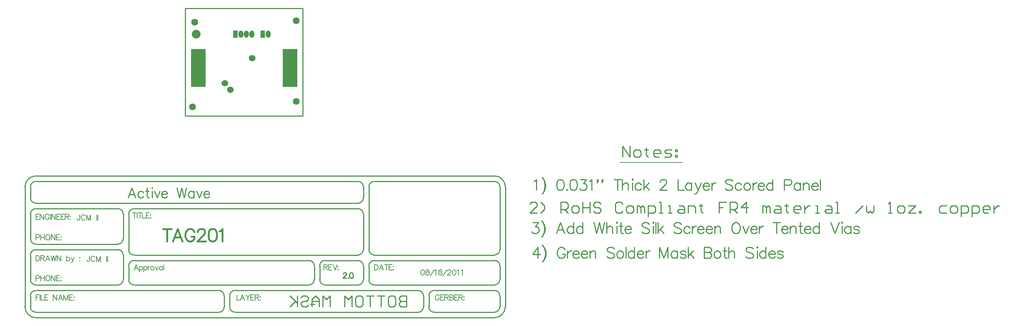
<source format=gbs>
%FSLAX25Y25*%
%MOIN*%
G70*
G01*
G75*
G04 Layer_Color=16711935*
%ADD10R,0.03000X0.03000*%
%ADD11C,0.05000*%
%ADD12R,0.01550X0.05000*%
G04:AMPARAMS|DCode=13|XSize=39.37mil|YSize=9.84mil|CornerRadius=2.46mil|HoleSize=0mil|Usage=FLASHONLY|Rotation=0.000|XOffset=0mil|YOffset=0mil|HoleType=Round|Shape=RoundedRectangle|*
%AMROUNDEDRECTD13*
21,1,0.03937,0.00492,0,0,0.0*
21,1,0.03445,0.00984,0,0,0.0*
1,1,0.00492,0.01722,-0.00246*
1,1,0.00492,-0.01722,-0.00246*
1,1,0.00492,-0.01722,0.00246*
1,1,0.00492,0.01722,0.00246*
%
%ADD13ROUNDEDRECTD13*%
G04:AMPARAMS|DCode=14|XSize=39.37mil|YSize=9.84mil|CornerRadius=2.46mil|HoleSize=0mil|Usage=FLASHONLY|Rotation=90.000|XOffset=0mil|YOffset=0mil|HoleType=Round|Shape=RoundedRectangle|*
%AMROUNDEDRECTD14*
21,1,0.03937,0.00492,0,0,90.0*
21,1,0.03445,0.00984,0,0,90.0*
1,1,0.00492,0.00246,0.01722*
1,1,0.00492,0.00246,-0.01722*
1,1,0.00492,-0.00246,-0.01722*
1,1,0.00492,-0.00246,0.01722*
%
%ADD14ROUNDEDRECTD14*%
G04:AMPARAMS|DCode=15|XSize=25.59mil|YSize=9.84mil|CornerRadius=0mil|HoleSize=0mil|Usage=FLASHONLY|Rotation=90.000|XOffset=0mil|YOffset=0mil|HoleType=Round|Shape=Octagon|*
%AMOCTAGOND15*
4,1,8,0.00246,0.01280,-0.00246,0.01280,-0.00492,0.01034,-0.00492,-0.01034,-0.00246,-0.01280,0.00246,-0.01280,0.00492,-0.01034,0.00492,0.01034,0.00246,0.01280,0.0*
%
%ADD15OCTAGOND15*%

G04:AMPARAMS|DCode=16|XSize=25.59mil|YSize=9.84mil|CornerRadius=0mil|HoleSize=0mil|Usage=FLASHONLY|Rotation=180.000|XOffset=0mil|YOffset=0mil|HoleType=Round|Shape=Octagon|*
%AMOCTAGOND16*
4,1,8,-0.01280,0.00246,-0.01280,-0.00246,-0.01034,-0.00492,0.01034,-0.00492,0.01280,-0.00246,0.01280,0.00246,0.01034,0.00492,-0.01034,0.00492,-0.01280,0.00246,0.0*
%
%ADD16OCTAGOND16*%

%ADD17C,0.01000*%
%ADD18C,0.00800*%
%ADD19C,0.01200*%
%ADD20C,0.02000*%
%ADD21C,0.00500*%
%ADD22C,0.01500*%
%ADD23C,0.00900*%
%ADD24C,0.05200*%
%ADD25R,0.04000X0.06200*%
%ADD26O,0.04000X0.06200*%
%ADD27C,0.05500*%
%ADD28C,0.02600*%
%ADD29R,0.13000X0.34000*%
%ADD30C,0.06000*%
%ADD31C,0.07000*%
%ADD32R,0.03800X0.03800*%
%ADD33C,0.05800*%
%ADD34R,0.01850X0.05300*%
G04:AMPARAMS|DCode=35|XSize=43.37mil|YSize=13.84mil|CornerRadius=4.46mil|HoleSize=0mil|Usage=FLASHONLY|Rotation=0.000|XOffset=0mil|YOffset=0mil|HoleType=Round|Shape=RoundedRectangle|*
%AMROUNDEDRECTD35*
21,1,0.04337,0.00492,0,0,0.0*
21,1,0.03445,0.01384,0,0,0.0*
1,1,0.00892,0.01722,-0.00246*
1,1,0.00892,-0.01722,-0.00246*
1,1,0.00892,-0.01722,0.00246*
1,1,0.00892,0.01722,0.00246*
%
%ADD35ROUNDEDRECTD35*%
G04:AMPARAMS|DCode=36|XSize=43.37mil|YSize=13.84mil|CornerRadius=4.46mil|HoleSize=0mil|Usage=FLASHONLY|Rotation=90.000|XOffset=0mil|YOffset=0mil|HoleType=Round|Shape=RoundedRectangle|*
%AMROUNDEDRECTD36*
21,1,0.04337,0.00492,0,0,90.0*
21,1,0.03445,0.01384,0,0,90.0*
1,1,0.00892,0.00246,0.01722*
1,1,0.00892,0.00246,-0.01722*
1,1,0.00892,-0.00246,-0.01722*
1,1,0.00892,-0.00246,0.01722*
%
%ADD36ROUNDEDRECTD36*%
G04:AMPARAMS|DCode=37|XSize=29.19mil|YSize=13.44mil|CornerRadius=0mil|HoleSize=0mil|Usage=FLASHONLY|Rotation=90.000|XOffset=0mil|YOffset=0mil|HoleType=Round|Shape=Octagon|*
%AMOCTAGOND37*
4,1,8,0.00336,0.01460,-0.00336,0.01460,-0.00672,0.01124,-0.00672,-0.01124,-0.00336,-0.01460,0.00336,-0.01460,0.00672,-0.01124,0.00672,0.01124,0.00336,0.01460,0.0*
%
%ADD37OCTAGOND37*%

G04:AMPARAMS|DCode=38|XSize=29.19mil|YSize=13.44mil|CornerRadius=0mil|HoleSize=0mil|Usage=FLASHONLY|Rotation=180.000|XOffset=0mil|YOffset=0mil|HoleType=Round|Shape=Octagon|*
%AMOCTAGOND38*
4,1,8,-0.01460,0.00336,-0.01460,-0.00336,-0.01124,-0.00672,0.01124,-0.00672,0.01460,-0.00336,0.01460,0.00336,0.01124,0.00672,-0.01124,0.00672,-0.01460,0.00336,0.0*
%
%ADD38OCTAGOND38*%

%ADD39R,0.04400X0.06600*%
%ADD40O,0.04400X0.06600*%
%ADD41C,0.06300*%
%ADD42C,0.08000*%
%ADD43R,0.13800X0.34800*%
D17*
X202700Y-165003D02*
Y-175000D01*
X197702D01*
X196036Y-173334D01*
Y-171668D01*
X197702Y-170002D01*
X202700D01*
X197702D01*
X196036Y-168335D01*
Y-166669D01*
X197702Y-165003D01*
X202700D01*
X187705D02*
X191037D01*
X192703Y-166669D01*
Y-173334D01*
X191037Y-175000D01*
X187705D01*
X186039Y-173334D01*
Y-166669D01*
X187705Y-165003D01*
X182706D02*
X176042D01*
X179374D01*
Y-175000D01*
X172710Y-165003D02*
X166045D01*
X169377D01*
Y-175000D01*
X157714Y-165003D02*
X161047D01*
X162713Y-166669D01*
Y-173334D01*
X161047Y-175000D01*
X157714D01*
X156048Y-173334D01*
Y-166669D01*
X157714Y-165003D01*
X152716Y-175000D02*
Y-165003D01*
X149384Y-168335D01*
X146052Y-165003D01*
Y-175000D01*
X132723D02*
Y-165003D01*
X129390Y-168335D01*
X126058Y-165003D01*
Y-175000D01*
X122726D02*
Y-168335D01*
X119394Y-165003D01*
X116061Y-168335D01*
Y-175000D01*
Y-170002D01*
X122726D01*
X106065Y-166669D02*
X107731Y-165003D01*
X111063D01*
X112729Y-166669D01*
Y-168335D01*
X111063Y-170002D01*
X107731D01*
X106065Y-171668D01*
Y-173334D01*
X107731Y-175000D01*
X111063D01*
X112729Y-173334D01*
X102732Y-165003D02*
Y-175000D01*
Y-171668D01*
X96068Y-165003D01*
X101066Y-170002D01*
X96068Y-175000D01*
X0Y98803D02*
X107753D01*
Y-100D02*
Y98803D01*
X114695Y-172498D02*
X118632D01*
X0Y-100D02*
Y98800D01*
Y-100D02*
X107753D01*
X288306Y-137340D02*
G03*
X283406Y-132440I-4900J0D01*
G01*
X173240Y-132514D02*
G03*
X168240Y-137514I0J-5000D01*
G01*
X283306Y-127440D02*
G03*
X288306Y-122440I0J5000D01*
G01*
X168240Y-122514D02*
G03*
X173240Y-127514I5000J0D01*
G01*
X-136760Y-55014D02*
G03*
X-146760Y-65014I0J-10000D01*
G01*
Y-174914D02*
G03*
X-136837Y-185012I10100J0D01*
G01*
X293238Y-64957D02*
G03*
X283238Y-54957I-10000J0D01*
G01*
X288238Y-64857D02*
G03*
X283167Y-59960I-4900J0D01*
G01*
X283306Y-154940D02*
G03*
X288306Y-149940I0J5000D01*
G01*
X288240Y-164927D02*
G03*
X283240Y-160013I-5000J-87D01*
G01*
X158240Y-155014D02*
G03*
X163240Y-150014I0J5000D01*
G01*
X168240Y-150114D02*
G03*
X173225Y-155013I4900J0D01*
G01*
X163240Y-137414D02*
G03*
X158340Y-132514I-4900J0D01*
G01*
X-141760Y-175014D02*
G03*
X-136848Y-180013I5000J0D01*
G01*
X158327Y-127514D02*
G03*
X163241Y-122514I-87J5000D01*
G01*
X-136760Y-160014D02*
G03*
X-141760Y-165014I0J-5000D01*
G01*
X163240Y-90014D02*
G03*
X158240Y-85014I-5000J0D01*
G01*
Y-80014D02*
G03*
X163240Y-75014I0J5000D01*
G01*
X173240Y-60014D02*
G03*
X168240Y-65014I0J-5000D01*
G01*
X163240Y-65014D02*
G03*
X158240Y-60014I-5000J0D01*
G01*
X-136760Y-60014D02*
G03*
X-141760Y-65014I0J-5000D01*
G01*
Y-75014D02*
G03*
X-136760Y-80014I5000J0D01*
G01*
Y-85014D02*
G03*
X-141760Y-90014I0J-5000D01*
G01*
Y-112514D02*
G03*
X-136760Y-117514I5000J0D01*
G01*
Y-122514D02*
G03*
X-141760Y-127514I0J-5000D01*
G01*
X-141760Y-150014D02*
G03*
X-136848Y-155013I5000J0D01*
G01*
X-46760Y-85014D02*
G03*
X-51760Y-90014I0J-5000D01*
G01*
X-46760Y-132514D02*
G03*
X-51760Y-137514I0J-5000D01*
G01*
X128040Y-132514D02*
G03*
X123246Y-137565I0J-4800D01*
G01*
X123240Y-149914D02*
G03*
X128251Y-155013I5100J0D01*
G01*
X113340Y-155014D02*
G03*
X118239Y-150029I0J4900D01*
G01*
X118240Y-137414D02*
G03*
X113340Y-132514I-4900J0D01*
G01*
X-61660Y-155014D02*
G03*
X-56760Y-150114I0J4900D01*
G01*
X-51760D02*
G03*
X-46860Y-155014I4900J0D01*
G01*
X-51760Y-122614D02*
G03*
X-46860Y-127514I4900J0D01*
G01*
X-56760Y-127414D02*
G03*
X-61831Y-122517I-4900J0D01*
G01*
X-61560Y-117514D02*
G03*
X-56760Y-112714I0J4800D01*
G01*
Y-89914D02*
G03*
X-61660Y-85014I-4900J0D01*
G01*
X228240Y-160014D02*
G03*
X223240Y-165014I0J-5000D01*
G01*
Y-175114D02*
G03*
X228225Y-180013I4900J0D01*
G01*
X213356Y-180014D02*
G03*
X218238Y-175047I84J4800D01*
G01*
X218240Y-165014D02*
G03*
X213240Y-160014I-5000J0D01*
G01*
X40740Y-175014D02*
G03*
X45652Y-180013I5000J0D01*
G01*
X45740Y-160014D02*
G03*
X40740Y-165014I0J-5000D01*
G01*
X30856Y-180014D02*
G03*
X35738Y-175047I84J4800D01*
G01*
X35740Y-165014D02*
G03*
X30740Y-160014I-5000J0D01*
G01*
X283240Y-180014D02*
G03*
X288240Y-175014I0J5000D01*
G01*
X283240Y-185014D02*
G03*
X293240Y-175014I0J10000D01*
G01*
X45740Y-180014D02*
X213240D01*
X-136760Y-180014D02*
X30740D01*
X-136760Y-160014D02*
X30740D01*
X45740D02*
X213240D01*
X228240Y-180014D02*
X283240D01*
X228240Y-160014D02*
X283240D01*
X-136760Y-60014D02*
X158240D01*
X-136760Y-185014D02*
X283240D01*
X-136760Y-155014D02*
X-61760D01*
X-136760Y-122514D02*
X-61760D01*
X-136760Y-117514D02*
X-61760D01*
X-136760Y-85014D02*
X-61760D01*
X-136760Y-80014D02*
X158240D01*
X-46760Y-85014D02*
X158240D01*
X-46760Y-132514D02*
X113240D01*
X-46760Y-155014D02*
X113240D01*
X128240D02*
X158240D01*
X128240Y-132514D02*
X158240D01*
X173240Y-155014D02*
X283240D01*
X173240Y-60014D02*
X283240D01*
X-46760Y-127514D02*
X158240D01*
X173240D02*
X283240D01*
X173240Y-132514D02*
X283240D01*
X35740Y-175014D02*
Y-165014D01*
X40740Y-175014D02*
Y-165014D01*
X218240Y-175014D02*
Y-165014D01*
X223240Y-175014D02*
Y-165014D01*
X293240Y-175014D02*
Y-65014D01*
X-141760Y-150014D02*
Y-127514D01*
X-56760Y-150014D02*
Y-127514D01*
X-141760Y-112514D02*
Y-90014D01*
X-56760Y-112514D02*
Y-90014D01*
X-141760Y-75014D02*
Y-65014D01*
X163240Y-75014D02*
Y-65014D01*
Y-122514D02*
Y-90014D01*
X-51760Y-122514D02*
Y-90014D01*
X118240Y-150014D02*
Y-137514D01*
X-51760Y-150014D02*
Y-137514D01*
X123240Y-150014D02*
Y-137514D01*
X163240Y-150014D02*
Y-137514D01*
X-141760Y-175014D02*
Y-165014D01*
X-146760Y-175014D02*
Y-65014D01*
X168240Y-122514D02*
Y-65014D01*
X288240Y-122514D02*
Y-65014D01*
X168240Y-150014D02*
Y-137514D01*
X288306Y-149940D02*
Y-137340D01*
X-136760Y-55014D02*
X283240D01*
X288240Y-175014D02*
Y-165014D01*
X323027Y-120328D02*
X318266Y-126993D01*
X325408D01*
X323027Y-120328D02*
Y-130326D01*
X327169Y-118424D02*
X328121Y-119376D01*
X329073Y-120804D01*
X330026Y-122709D01*
X330502Y-125089D01*
Y-126993D01*
X330026Y-129374D01*
X329073Y-131278D01*
X328121Y-132706D01*
X327169Y-133659D01*
X328121Y-119376D02*
X329073Y-121280D01*
X329549Y-122709D01*
X330026Y-125089D01*
Y-126993D01*
X329549Y-129374D01*
X329073Y-130802D01*
X328121Y-132706D01*
X347926Y-122709D02*
X347450Y-121756D01*
X346498Y-120804D01*
X345546Y-120328D01*
X343642D01*
X342689Y-120804D01*
X341737Y-121756D01*
X341261Y-122709D01*
X340785Y-124137D01*
Y-126517D01*
X341261Y-127945D01*
X341737Y-128898D01*
X342689Y-129850D01*
X343642Y-130326D01*
X345546D01*
X346498Y-129850D01*
X347450Y-128898D01*
X347926Y-127945D01*
Y-126517D01*
X345546D02*
X347926D01*
X350212Y-123661D02*
Y-130326D01*
Y-126517D02*
X350688Y-125089D01*
X351640Y-124137D01*
X352592Y-123661D01*
X354020D01*
X354925Y-126517D02*
X360638D01*
Y-125565D01*
X360162Y-124613D01*
X359686Y-124137D01*
X358734Y-123661D01*
X357305D01*
X356353Y-124137D01*
X355401Y-125089D01*
X354925Y-126517D01*
Y-127470D01*
X355401Y-128898D01*
X356353Y-129850D01*
X357305Y-130326D01*
X358734D01*
X359686Y-129850D01*
X360638Y-128898D01*
X362780Y-126517D02*
X368494D01*
Y-125565D01*
X368017Y-124613D01*
X367541Y-124137D01*
X366589Y-123661D01*
X365161D01*
X364209Y-124137D01*
X363257Y-125089D01*
X362780Y-126517D01*
Y-127470D01*
X363257Y-128898D01*
X364209Y-129850D01*
X365161Y-130326D01*
X366589D01*
X367541Y-129850D01*
X368494Y-128898D01*
X370636Y-123661D02*
Y-130326D01*
Y-125565D02*
X372064Y-124137D01*
X373016Y-123661D01*
X374445D01*
X375397Y-124137D01*
X375873Y-125565D01*
Y-130326D01*
X393012Y-121756D02*
X392060Y-120804D01*
X390632Y-120328D01*
X388727D01*
X387299Y-120804D01*
X386347Y-121756D01*
Y-122709D01*
X386823Y-123661D01*
X387299Y-124137D01*
X388251Y-124613D01*
X391108Y-125565D01*
X392060Y-126041D01*
X392536Y-126517D01*
X393012Y-127470D01*
Y-128898D01*
X392060Y-129850D01*
X390632Y-130326D01*
X388727D01*
X387299Y-129850D01*
X386347Y-128898D01*
X397630Y-123661D02*
X396678Y-124137D01*
X395726Y-125089D01*
X395250Y-126517D01*
Y-127470D01*
X395726Y-128898D01*
X396678Y-129850D01*
X397630Y-130326D01*
X399058D01*
X400010Y-129850D01*
X400963Y-128898D01*
X401439Y-127470D01*
Y-126517D01*
X400963Y-125089D01*
X400010Y-124137D01*
X399058Y-123661D01*
X397630D01*
X403629Y-120328D02*
Y-130326D01*
X411437Y-120328D02*
Y-130326D01*
Y-125089D02*
X410485Y-124137D01*
X409532Y-123661D01*
X408104D01*
X407152Y-124137D01*
X406200Y-125089D01*
X405724Y-126517D01*
Y-127470D01*
X406200Y-128898D01*
X407152Y-129850D01*
X408104Y-130326D01*
X409532D01*
X410485Y-129850D01*
X411437Y-128898D01*
X414103Y-126517D02*
X419816D01*
Y-125565D01*
X419340Y-124613D01*
X418864Y-124137D01*
X417911Y-123661D01*
X416483D01*
X415531Y-124137D01*
X414579Y-125089D01*
X414103Y-126517D01*
Y-127470D01*
X414579Y-128898D01*
X415531Y-129850D01*
X416483Y-130326D01*
X417911D01*
X418864Y-129850D01*
X419816Y-128898D01*
X421958Y-123661D02*
Y-130326D01*
Y-126517D02*
X422434Y-125089D01*
X423386Y-124137D01*
X424339Y-123661D01*
X425767D01*
X434527Y-120328D02*
Y-130326D01*
Y-120328D02*
X438336Y-130326D01*
X442144Y-120328D02*
X438336Y-130326D01*
X442144Y-120328D02*
Y-130326D01*
X450714Y-123661D02*
Y-130326D01*
Y-125089D02*
X449762Y-124137D01*
X448810Y-123661D01*
X447381D01*
X446429Y-124137D01*
X445477Y-125089D01*
X445001Y-126517D01*
Y-127470D01*
X445477Y-128898D01*
X446429Y-129850D01*
X447381Y-130326D01*
X448810D01*
X449762Y-129850D01*
X450714Y-128898D01*
X458617Y-125089D02*
X458141Y-124137D01*
X456713Y-123661D01*
X455284D01*
X453856Y-124137D01*
X453380Y-125089D01*
X453856Y-126041D01*
X454808Y-126517D01*
X457189Y-126993D01*
X458141Y-127470D01*
X458617Y-128422D01*
Y-128898D01*
X458141Y-129850D01*
X456713Y-130326D01*
X455284D01*
X453856Y-129850D01*
X453380Y-128898D01*
X460712Y-120328D02*
Y-130326D01*
X465473Y-123661D02*
X460712Y-128422D01*
X462616Y-126517D02*
X465949Y-130326D01*
X475375Y-120328D02*
Y-130326D01*
Y-120328D02*
X479660D01*
X481088Y-120804D01*
X481565Y-121280D01*
X482041Y-122232D01*
Y-123185D01*
X481565Y-124137D01*
X481088Y-124613D01*
X479660Y-125089D01*
X475375D02*
X479660D01*
X481088Y-125565D01*
X481565Y-126041D01*
X482041Y-126993D01*
Y-128422D01*
X481565Y-129374D01*
X481088Y-129850D01*
X479660Y-130326D01*
X475375D01*
X486659Y-123661D02*
X485707Y-124137D01*
X484754Y-125089D01*
X484278Y-126517D01*
Y-127470D01*
X484754Y-128898D01*
X485707Y-129850D01*
X486659Y-130326D01*
X488087D01*
X489039Y-129850D01*
X489991Y-128898D01*
X490467Y-127470D01*
Y-126517D01*
X489991Y-125089D01*
X489039Y-124137D01*
X488087Y-123661D01*
X486659D01*
X494086Y-120328D02*
Y-128422D01*
X494562Y-129850D01*
X495514Y-130326D01*
X496466D01*
X492657Y-123661D02*
X495990D01*
X497894Y-120328D02*
Y-130326D01*
Y-125565D02*
X499323Y-124137D01*
X500275Y-123661D01*
X501703D01*
X502655Y-124137D01*
X503131Y-125565D01*
Y-130326D01*
X520270Y-121756D02*
X519318Y-120804D01*
X517890Y-120328D01*
X515986D01*
X514557Y-120804D01*
X513605Y-121756D01*
Y-122709D01*
X514081Y-123661D01*
X514557Y-124137D01*
X515510Y-124613D01*
X518366Y-125565D01*
X519318Y-126041D01*
X519794Y-126517D01*
X520270Y-127470D01*
Y-128898D01*
X519318Y-129850D01*
X517890Y-130326D01*
X515986D01*
X514557Y-129850D01*
X513605Y-128898D01*
X523460Y-120328D02*
X523936Y-120804D01*
X524412Y-120328D01*
X523936Y-119852D01*
X523460Y-120328D01*
X523936Y-123661D02*
Y-130326D01*
X531887Y-120328D02*
Y-130326D01*
Y-125089D02*
X530935Y-124137D01*
X529983Y-123661D01*
X528554D01*
X527602Y-124137D01*
X526650Y-125089D01*
X526174Y-126517D01*
Y-127470D01*
X526650Y-128898D01*
X527602Y-129850D01*
X528554Y-130326D01*
X529983D01*
X530935Y-129850D01*
X531887Y-128898D01*
X534553Y-126517D02*
X540266D01*
Y-125565D01*
X539790Y-124613D01*
X539314Y-124137D01*
X538362Y-123661D01*
X536934D01*
X535981Y-124137D01*
X535029Y-125089D01*
X534553Y-126517D01*
Y-127470D01*
X535029Y-128898D01*
X535981Y-129850D01*
X536934Y-130326D01*
X538362D01*
X539314Y-129850D01*
X540266Y-128898D01*
X547646Y-125089D02*
X547169Y-124137D01*
X545741Y-123661D01*
X544313D01*
X542885Y-124137D01*
X542409Y-125089D01*
X542885Y-126041D01*
X543837Y-126517D01*
X546217Y-126993D01*
X547169Y-127470D01*
X547646Y-128422D01*
Y-128898D01*
X547169Y-129850D01*
X545741Y-130326D01*
X544313D01*
X542885Y-129850D01*
X542409Y-128898D01*
X400874Y-37626D02*
Y-27629D01*
X407538Y-37626D01*
Y-27629D01*
X412537Y-37626D02*
X415869D01*
X417535Y-35960D01*
Y-32628D01*
X415869Y-30962D01*
X412537D01*
X410871Y-32628D01*
Y-35960D01*
X412537Y-37626D01*
X422533Y-29295D02*
Y-30962D01*
X420867D01*
X424199D01*
X422533D01*
Y-35960D01*
X424199Y-37626D01*
X434196D02*
X430864D01*
X429198Y-35960D01*
Y-32628D01*
X430864Y-30962D01*
X434196D01*
X435862Y-32628D01*
Y-34294D01*
X429198D01*
X439195Y-37626D02*
X444193D01*
X445859Y-35960D01*
X444193Y-34294D01*
X440861D01*
X439195Y-32628D01*
X440861Y-30962D01*
X445859D01*
X449192D02*
X450858D01*
Y-32628D01*
X449192D01*
Y-30962D01*
Y-35960D02*
X450858D01*
Y-37626D01*
X449192D01*
Y-35960D01*
X319372Y-60042D02*
X320324Y-59566D01*
X321753Y-58138D01*
Y-68135D01*
X326704Y-56233D02*
X327656Y-57185D01*
X328608Y-58614D01*
X329560Y-60518D01*
X330037Y-62898D01*
Y-64803D01*
X329560Y-67183D01*
X328608Y-69087D01*
X327656Y-70516D01*
X326704Y-71468D01*
X327656Y-57185D02*
X328608Y-59090D01*
X329084Y-60518D01*
X329560Y-62898D01*
Y-64803D01*
X329084Y-67183D01*
X328608Y-68611D01*
X327656Y-70516D01*
X343177Y-58138D02*
X341748Y-58614D01*
X340796Y-60042D01*
X340320Y-62422D01*
Y-63850D01*
X340796Y-66231D01*
X341748Y-67659D01*
X343177Y-68135D01*
X344129D01*
X345557Y-67659D01*
X346509Y-66231D01*
X346985Y-63850D01*
Y-62422D01*
X346509Y-60042D01*
X345557Y-58614D01*
X344129Y-58138D01*
X343177D01*
X349699Y-67183D02*
X349223Y-67659D01*
X349699Y-68135D01*
X350175Y-67659D01*
X349699Y-67183D01*
X355222Y-58138D02*
X353793Y-58614D01*
X352841Y-60042D01*
X352365Y-62422D01*
Y-63850D01*
X352841Y-66231D01*
X353793Y-67659D01*
X355222Y-68135D01*
X356174D01*
X357602Y-67659D01*
X358554Y-66231D01*
X359030Y-63850D01*
Y-62422D01*
X358554Y-60042D01*
X357602Y-58614D01*
X356174Y-58138D01*
X355222D01*
X362220D02*
X367457D01*
X364601Y-61946D01*
X366029D01*
X366981Y-62422D01*
X367457Y-62898D01*
X367933Y-64327D01*
Y-65279D01*
X367457Y-66707D01*
X366505Y-67659D01*
X365077Y-68135D01*
X363648D01*
X362220Y-67659D01*
X361744Y-67183D01*
X361268Y-66231D01*
X370171Y-60042D02*
X371123Y-59566D01*
X372551Y-58138D01*
Y-68135D01*
X377979Y-58138D02*
X377503Y-58614D01*
Y-61470D01*
X377979Y-58614D02*
X377503Y-61470D01*
X377979Y-58138D02*
X378455Y-58614D01*
X377503Y-61470D01*
X382263Y-58138D02*
X381787Y-58614D01*
Y-61470D01*
X382263Y-58614D02*
X381787Y-61470D01*
X382263Y-58138D02*
X382740Y-58614D01*
X381787Y-61470D01*
X396022Y-58138D02*
Y-68135D01*
X392690Y-58138D02*
X399355D01*
X400545D02*
Y-68135D01*
Y-63374D02*
X401973Y-61946D01*
X402926Y-61470D01*
X404354D01*
X405306Y-61946D01*
X405782Y-63374D01*
Y-68135D01*
X409353Y-58138D02*
X409829Y-58614D01*
X410305Y-58138D01*
X409829Y-57661D01*
X409353Y-58138D01*
X409829Y-61470D02*
Y-68135D01*
X417780Y-62898D02*
X416827Y-61946D01*
X415875Y-61470D01*
X414447D01*
X413495Y-61946D01*
X412543Y-62898D01*
X412067Y-64327D01*
Y-65279D01*
X412543Y-66707D01*
X413495Y-67659D01*
X414447Y-68135D01*
X415875D01*
X416827Y-67659D01*
X417780Y-66707D01*
X419922Y-58138D02*
Y-68135D01*
X424683Y-61470D02*
X419922Y-66231D01*
X421826Y-64327D02*
X425159Y-68135D01*
X435062Y-60518D02*
Y-60042D01*
X435538Y-59090D01*
X436014Y-58614D01*
X436966Y-58138D01*
X438870D01*
X439823Y-58614D01*
X440299Y-59090D01*
X440775Y-60042D01*
Y-60994D01*
X440299Y-61946D01*
X439347Y-63374D01*
X434586Y-68135D01*
X441251D01*
X451344Y-58138D02*
Y-68135D01*
X457057D01*
X463865Y-61470D02*
Y-68135D01*
Y-62898D02*
X462913Y-61946D01*
X461961Y-61470D01*
X460532D01*
X459580Y-61946D01*
X458628Y-62898D01*
X458152Y-64327D01*
Y-65279D01*
X458628Y-66707D01*
X459580Y-67659D01*
X460532Y-68135D01*
X461961D01*
X462913Y-67659D01*
X463865Y-66707D01*
X467007Y-61470D02*
X469864Y-68135D01*
X472720Y-61470D02*
X469864Y-68135D01*
X468912Y-70040D01*
X467959Y-70992D01*
X467007Y-71468D01*
X466531D01*
X474387Y-64327D02*
X480100D01*
Y-63374D01*
X479624Y-62422D01*
X479147Y-61946D01*
X478195Y-61470D01*
X476767D01*
X475815Y-61946D01*
X474863Y-62898D01*
X474387Y-64327D01*
Y-65279D01*
X474863Y-66707D01*
X475815Y-67659D01*
X476767Y-68135D01*
X478195D01*
X479147Y-67659D01*
X480100Y-66707D01*
X482242Y-61470D02*
Y-68135D01*
Y-64327D02*
X482718Y-62898D01*
X483670Y-61946D01*
X484622Y-61470D01*
X486051D01*
X501476Y-59566D02*
X500524Y-58614D01*
X499096Y-58138D01*
X497191D01*
X495763Y-58614D01*
X494811Y-59566D01*
Y-60518D01*
X495287Y-61470D01*
X495763Y-61946D01*
X496715Y-62422D01*
X499572Y-63374D01*
X500524Y-63850D01*
X501000Y-64327D01*
X501476Y-65279D01*
Y-66707D01*
X500524Y-67659D01*
X499096Y-68135D01*
X497191D01*
X495763Y-67659D01*
X494811Y-66707D01*
X509427Y-62898D02*
X508474Y-61946D01*
X507522Y-61470D01*
X506094D01*
X505142Y-61946D01*
X504190Y-62898D01*
X503714Y-64327D01*
Y-65279D01*
X504190Y-66707D01*
X505142Y-67659D01*
X506094Y-68135D01*
X507522D01*
X508474Y-67659D01*
X509427Y-66707D01*
X513949Y-61470D02*
X512997Y-61946D01*
X512045Y-62898D01*
X511569Y-64327D01*
Y-65279D01*
X512045Y-66707D01*
X512997Y-67659D01*
X513949Y-68135D01*
X515378D01*
X516330Y-67659D01*
X517282Y-66707D01*
X517758Y-65279D01*
Y-64327D01*
X517282Y-62898D01*
X516330Y-61946D01*
X515378Y-61470D01*
X513949D01*
X519948D02*
Y-68135D01*
Y-64327D02*
X520424Y-62898D01*
X521377Y-61946D01*
X522329Y-61470D01*
X523757D01*
X524661Y-64327D02*
X530375D01*
Y-63374D01*
X529899Y-62422D01*
X529422Y-61946D01*
X528470Y-61470D01*
X527042D01*
X526090Y-61946D01*
X525138Y-62898D01*
X524661Y-64327D01*
Y-65279D01*
X525138Y-66707D01*
X526090Y-67659D01*
X527042Y-68135D01*
X528470D01*
X529422Y-67659D01*
X530375Y-66707D01*
X538230Y-58138D02*
Y-68135D01*
Y-62898D02*
X537278Y-61946D01*
X536326Y-61470D01*
X534898D01*
X533945Y-61946D01*
X532993Y-62898D01*
X532517Y-64327D01*
Y-65279D01*
X532993Y-66707D01*
X533945Y-67659D01*
X534898Y-68135D01*
X536326D01*
X537278Y-67659D01*
X538230Y-66707D01*
X548752Y-63374D02*
X553036D01*
X554465Y-62898D01*
X554941Y-62422D01*
X555417Y-61470D01*
Y-60042D01*
X554941Y-59090D01*
X554465Y-58614D01*
X553036Y-58138D01*
X548752D01*
Y-68135D01*
X563368Y-61470D02*
Y-68135D01*
Y-62898D02*
X562415Y-61946D01*
X561463Y-61470D01*
X560035D01*
X559083Y-61946D01*
X558131Y-62898D01*
X557654Y-64327D01*
Y-65279D01*
X558131Y-66707D01*
X559083Y-67659D01*
X560035Y-68135D01*
X561463D01*
X562415Y-67659D01*
X563368Y-66707D01*
X566034Y-61470D02*
Y-68135D01*
Y-63374D02*
X567462Y-61946D01*
X568414Y-61470D01*
X569842D01*
X570794Y-61946D01*
X571271Y-63374D01*
Y-68135D01*
X573889Y-64327D02*
X579602D01*
Y-63374D01*
X579126Y-62422D01*
X578650Y-61946D01*
X577698Y-61470D01*
X576269D01*
X575317Y-61946D01*
X574365Y-62898D01*
X573889Y-64327D01*
Y-65279D01*
X574365Y-66707D01*
X575317Y-67659D01*
X576269Y-68135D01*
X577698D01*
X578650Y-67659D01*
X579602Y-66707D01*
X581745Y-58138D02*
Y-68135D01*
X318352Y-97802D02*
X323589D01*
X320733Y-101611D01*
X322161D01*
X323113Y-102087D01*
X323589Y-102563D01*
X324065Y-103991D01*
Y-104944D01*
X323589Y-106372D01*
X322637Y-107324D01*
X321209Y-107800D01*
X319780D01*
X318352Y-107324D01*
X317876Y-106848D01*
X317400Y-105896D01*
X326303Y-95898D02*
X327255Y-96850D01*
X328207Y-98278D01*
X329159Y-100183D01*
X329636Y-102563D01*
Y-104467D01*
X329159Y-106848D01*
X328207Y-108752D01*
X327255Y-110180D01*
X326303Y-111133D01*
X327255Y-96850D02*
X328207Y-98754D01*
X328683Y-100183D01*
X329159Y-102563D01*
Y-104467D01*
X328683Y-106848D01*
X328207Y-108276D01*
X327255Y-110180D01*
X347536Y-107800D02*
X343728Y-97802D01*
X339919Y-107800D01*
X341347Y-104467D02*
X346108D01*
X355582Y-97802D02*
Y-107800D01*
Y-102563D02*
X354630Y-101611D01*
X353678Y-101135D01*
X352250D01*
X351297Y-101611D01*
X350345Y-102563D01*
X349869Y-103991D01*
Y-104944D01*
X350345Y-106372D01*
X351297Y-107324D01*
X352250Y-107800D01*
X353678D01*
X354630Y-107324D01*
X355582Y-106372D01*
X363962Y-97802D02*
Y-107800D01*
Y-102563D02*
X363009Y-101611D01*
X362057Y-101135D01*
X360629D01*
X359677Y-101611D01*
X358724Y-102563D01*
X358248Y-103991D01*
Y-104944D01*
X358724Y-106372D01*
X359677Y-107324D01*
X360629Y-107800D01*
X362057D01*
X363009Y-107324D01*
X363962Y-106372D01*
X374483Y-97802D02*
X376864Y-107800D01*
X379244Y-97802D02*
X376864Y-107800D01*
X379244Y-97802D02*
X381624Y-107800D01*
X384005Y-97802D02*
X381624Y-107800D01*
X386004Y-97802D02*
Y-107800D01*
Y-103039D02*
X387433Y-101611D01*
X388385Y-101135D01*
X389813D01*
X390765Y-101611D01*
X391241Y-103039D01*
Y-107800D01*
X394812Y-97802D02*
X395288Y-98278D01*
X395764Y-97802D01*
X395288Y-97326D01*
X394812Y-97802D01*
X395288Y-101135D02*
Y-107800D01*
X398954Y-97802D02*
Y-105896D01*
X399430Y-107324D01*
X400382Y-107800D01*
X401334D01*
X397526Y-101135D02*
X400858D01*
X402763Y-103991D02*
X408476D01*
Y-103039D01*
X408000Y-102087D01*
X407523Y-101611D01*
X406571Y-101135D01*
X405143D01*
X404191Y-101611D01*
X403239Y-102563D01*
X402763Y-103991D01*
Y-104944D01*
X403239Y-106372D01*
X404191Y-107324D01*
X405143Y-107800D01*
X406571D01*
X407523Y-107324D01*
X408476Y-106372D01*
X425139Y-99230D02*
X424187Y-98278D01*
X422758Y-97802D01*
X420854D01*
X419426Y-98278D01*
X418474Y-99230D01*
Y-100183D01*
X418950Y-101135D01*
X419426Y-101611D01*
X420378Y-102087D01*
X423235Y-103039D01*
X424187Y-103515D01*
X424663Y-103991D01*
X425139Y-104944D01*
Y-106372D01*
X424187Y-107324D01*
X422758Y-107800D01*
X420854D01*
X419426Y-107324D01*
X418474Y-106372D01*
X428329Y-97802D02*
X428805Y-98278D01*
X429281Y-97802D01*
X428805Y-97326D01*
X428329Y-97802D01*
X428805Y-101135D02*
Y-107800D01*
X431042Y-97802D02*
Y-107800D01*
X433137Y-97802D02*
Y-107800D01*
X437898Y-101135D02*
X433137Y-105896D01*
X435041Y-103991D02*
X438374Y-107800D01*
X454466Y-99230D02*
X453514Y-98278D01*
X452085Y-97802D01*
X450181D01*
X448753Y-98278D01*
X447801Y-99230D01*
Y-100183D01*
X448277Y-101135D01*
X448753Y-101611D01*
X449705Y-102087D01*
X452562Y-103039D01*
X453514Y-103515D01*
X453990Y-103991D01*
X454466Y-104944D01*
Y-106372D01*
X453514Y-107324D01*
X452085Y-107800D01*
X450181D01*
X448753Y-107324D01*
X447801Y-106372D01*
X462417Y-102563D02*
X461464Y-101611D01*
X460512Y-101135D01*
X459084D01*
X458132Y-101611D01*
X457180Y-102563D01*
X456704Y-103991D01*
Y-104944D01*
X457180Y-106372D01*
X458132Y-107324D01*
X459084Y-107800D01*
X460512D01*
X461464Y-107324D01*
X462417Y-106372D01*
X464559Y-101135D02*
Y-107800D01*
Y-103991D02*
X465035Y-102563D01*
X465987Y-101611D01*
X466939Y-101135D01*
X468368D01*
X469272Y-103991D02*
X474985D01*
Y-103039D01*
X474509Y-102087D01*
X474033Y-101611D01*
X473081Y-101135D01*
X471653D01*
X470701Y-101611D01*
X469748Y-102563D01*
X469272Y-103991D01*
Y-104944D01*
X469748Y-106372D01*
X470701Y-107324D01*
X471653Y-107800D01*
X473081D01*
X474033Y-107324D01*
X474985Y-106372D01*
X477128Y-103991D02*
X482841D01*
Y-103039D01*
X482365Y-102087D01*
X481889Y-101611D01*
X480936Y-101135D01*
X479508D01*
X478556Y-101611D01*
X477604Y-102563D01*
X477128Y-103991D01*
Y-104944D01*
X477604Y-106372D01*
X478556Y-107324D01*
X479508Y-107800D01*
X480936D01*
X481889Y-107324D01*
X482841Y-106372D01*
X484983Y-101135D02*
Y-107800D01*
Y-103039D02*
X486411Y-101611D01*
X487364Y-101135D01*
X488792D01*
X489744Y-101611D01*
X490220Y-103039D01*
Y-107800D01*
X503551Y-97802D02*
X502598Y-98278D01*
X501646Y-99230D01*
X501170Y-100183D01*
X500694Y-101611D01*
Y-103991D01*
X501170Y-105420D01*
X501646Y-106372D01*
X502598Y-107324D01*
X503551Y-107800D01*
X505455D01*
X506407Y-107324D01*
X507359Y-106372D01*
X507835Y-105420D01*
X508312Y-103991D01*
Y-101611D01*
X507835Y-100183D01*
X507359Y-99230D01*
X506407Y-98278D01*
X505455Y-97802D01*
X503551D01*
X510644Y-101135D02*
X513501Y-107800D01*
X516357Y-101135D02*
X513501Y-107800D01*
X517976Y-103991D02*
X523689D01*
Y-103039D01*
X523213Y-102087D01*
X522737Y-101611D01*
X521785Y-101135D01*
X520357D01*
X519404Y-101611D01*
X518452Y-102563D01*
X517976Y-103991D01*
Y-104944D01*
X518452Y-106372D01*
X519404Y-107324D01*
X520357Y-107800D01*
X521785D01*
X522737Y-107324D01*
X523689Y-106372D01*
X525832Y-101135D02*
Y-107800D01*
Y-103991D02*
X526308Y-102563D01*
X527260Y-101611D01*
X528212Y-101135D01*
X529640D01*
X541733Y-97802D02*
Y-107800D01*
X538400Y-97802D02*
X545065D01*
X546256Y-103991D02*
X551969D01*
Y-103039D01*
X551493Y-102087D01*
X551017Y-101611D01*
X550064Y-101135D01*
X548636D01*
X547684Y-101611D01*
X546732Y-102563D01*
X546256Y-103991D01*
Y-104944D01*
X546732Y-106372D01*
X547684Y-107324D01*
X548636Y-107800D01*
X550064D01*
X551017Y-107324D01*
X551969Y-106372D01*
X554111Y-101135D02*
Y-107800D01*
Y-103039D02*
X555540Y-101611D01*
X556492Y-101135D01*
X557920D01*
X558872Y-101611D01*
X559348Y-103039D01*
Y-107800D01*
X563395Y-97802D02*
Y-105896D01*
X563871Y-107324D01*
X564823Y-107800D01*
X565775D01*
X561967Y-101135D02*
X565299D01*
X567204Y-103991D02*
X572917D01*
Y-103039D01*
X572441Y-102087D01*
X571965Y-101611D01*
X571012Y-101135D01*
X569584D01*
X568632Y-101611D01*
X567680Y-102563D01*
X567204Y-103991D01*
Y-104944D01*
X567680Y-106372D01*
X568632Y-107324D01*
X569584Y-107800D01*
X571012D01*
X571965Y-107324D01*
X572917Y-106372D01*
X580772Y-97802D02*
Y-107800D01*
Y-102563D02*
X579820Y-101611D01*
X578868Y-101135D01*
X577439D01*
X576487Y-101611D01*
X575535Y-102563D01*
X575059Y-103991D01*
Y-104944D01*
X575535Y-106372D01*
X576487Y-107324D01*
X577439Y-107800D01*
X578868D01*
X579820Y-107324D01*
X580772Y-106372D01*
X591294Y-97802D02*
X595102Y-107800D01*
X598911Y-97802D02*
X595102Y-107800D01*
X601149Y-97802D02*
X601625Y-98278D01*
X602101Y-97802D01*
X601625Y-97326D01*
X601149Y-97802D01*
X601625Y-101135D02*
Y-107800D01*
X609576Y-101135D02*
Y-107800D01*
Y-102563D02*
X608623Y-101611D01*
X607671Y-101135D01*
X606243D01*
X605291Y-101611D01*
X604339Y-102563D01*
X603862Y-103991D01*
Y-104944D01*
X604339Y-106372D01*
X605291Y-107324D01*
X606243Y-107800D01*
X607671D01*
X608623Y-107324D01*
X609576Y-106372D01*
X617479Y-102563D02*
X617002Y-101611D01*
X615574Y-101135D01*
X614146D01*
X612718Y-101611D01*
X612242Y-102563D01*
X612718Y-103515D01*
X613670Y-103991D01*
X616050Y-104467D01*
X617002Y-104944D01*
X617479Y-105896D01*
Y-106372D01*
X617002Y-107324D01*
X615574Y-107800D01*
X614146D01*
X612718Y-107324D01*
X612242Y-106372D01*
X322463Y-88942D02*
X315798D01*
X322463Y-82278D01*
Y-80612D01*
X320797Y-78946D01*
X317465D01*
X315798Y-80612D01*
X325795Y-88942D02*
X329128Y-85610D01*
Y-82278D01*
X325795Y-78946D01*
X344123Y-88942D02*
Y-78946D01*
X349121D01*
X350787Y-80612D01*
Y-83944D01*
X349121Y-85610D01*
X344123D01*
X347455D02*
X350787Y-88942D01*
X355785D02*
X359118D01*
X360784Y-87276D01*
Y-83944D01*
X359118Y-82278D01*
X355785D01*
X354119Y-83944D01*
Y-87276D01*
X355785Y-88942D01*
X364116Y-78946D02*
Y-88942D01*
Y-83944D01*
X370781D01*
Y-78946D01*
Y-88942D01*
X380777Y-80612D02*
X379111Y-78946D01*
X375779D01*
X374113Y-80612D01*
Y-82278D01*
X375779Y-83944D01*
X379111D01*
X380777Y-85610D01*
Y-87276D01*
X379111Y-88942D01*
X375779D01*
X374113Y-87276D01*
X400771Y-80612D02*
X399105Y-78946D01*
X395773D01*
X394107Y-80612D01*
Y-87276D01*
X395773Y-88942D01*
X399105D01*
X400771Y-87276D01*
X405769Y-88942D02*
X409102D01*
X410768Y-87276D01*
Y-83944D01*
X409102Y-82278D01*
X405769D01*
X404103Y-83944D01*
Y-87276D01*
X405769Y-88942D01*
X414100D02*
Y-82278D01*
X415766D01*
X417432Y-83944D01*
Y-88942D01*
Y-83944D01*
X419098Y-82278D01*
X420764Y-83944D01*
Y-88942D01*
X424097Y-92275D02*
Y-82278D01*
X429095D01*
X430761Y-83944D01*
Y-87276D01*
X429095Y-88942D01*
X424097D01*
X434094D02*
X437426D01*
X435760D01*
Y-78946D01*
X434094D01*
X442424Y-88942D02*
X445756D01*
X444090D01*
Y-82278D01*
X442424D01*
X452421D02*
X455753D01*
X457419Y-83944D01*
Y-88942D01*
X452421D01*
X450755Y-87276D01*
X452421Y-85610D01*
X457419D01*
X460752Y-88942D02*
Y-82278D01*
X465750D01*
X467416Y-83944D01*
Y-88942D01*
X472414Y-80612D02*
Y-82278D01*
X470748D01*
X474081D01*
X472414D01*
Y-87276D01*
X474081Y-88942D01*
X495740Y-78946D02*
X489076D01*
Y-83944D01*
X492408D01*
X489076D01*
Y-88942D01*
X499073D02*
Y-78946D01*
X504071D01*
X505737Y-80612D01*
Y-83944D01*
X504071Y-85610D01*
X499073D01*
X502405D02*
X505737Y-88942D01*
X514068D02*
Y-78946D01*
X509069Y-83944D01*
X515734D01*
X529063Y-88942D02*
Y-82278D01*
X530729D01*
X532395Y-83944D01*
Y-88942D01*
Y-83944D01*
X534061Y-82278D01*
X535727Y-83944D01*
Y-88942D01*
X540726Y-82278D02*
X544058D01*
X545724Y-83944D01*
Y-88942D01*
X540726D01*
X539060Y-87276D01*
X540726Y-85610D01*
X545724D01*
X550723Y-80612D02*
Y-82278D01*
X549056D01*
X552389D01*
X550723D01*
Y-87276D01*
X552389Y-88942D01*
X562385D02*
X559053D01*
X557387Y-87276D01*
Y-83944D01*
X559053Y-82278D01*
X562385D01*
X564051Y-83944D01*
Y-85610D01*
X557387D01*
X567384Y-82278D02*
Y-88942D01*
Y-85610D01*
X569050Y-83944D01*
X570716Y-82278D01*
X572382D01*
X577381Y-88942D02*
X580713D01*
X579047D01*
Y-82278D01*
X577381D01*
X587377D02*
X590710D01*
X592376Y-83944D01*
Y-88942D01*
X587377D01*
X585711Y-87276D01*
X587377Y-85610D01*
X592376D01*
X595708Y-88942D02*
X599040D01*
X597374D01*
Y-78946D01*
X595708D01*
X614035Y-88942D02*
X620700Y-82278D01*
X624032D02*
Y-87276D01*
X625698Y-88942D01*
X627364Y-87276D01*
X629031Y-88942D01*
X630697Y-87276D01*
Y-82278D01*
X644026Y-88942D02*
X647358D01*
X645692D01*
Y-78946D01*
X644026Y-80612D01*
X654023Y-88942D02*
X657355D01*
X659021Y-87276D01*
Y-83944D01*
X657355Y-82278D01*
X654023D01*
X652356Y-83944D01*
Y-87276D01*
X654023Y-88942D01*
X662353Y-82278D02*
X669018D01*
X662353Y-88942D01*
X669018D01*
X672350D02*
Y-87276D01*
X674016D01*
Y-88942D01*
X672350D01*
X697342Y-82278D02*
X692343D01*
X690677Y-83944D01*
Y-87276D01*
X692343Y-88942D01*
X697342D01*
X702340D02*
X705672D01*
X707339Y-87276D01*
Y-83944D01*
X705672Y-82278D01*
X702340D01*
X700674Y-83944D01*
Y-87276D01*
X702340Y-88942D01*
X710671Y-92275D02*
Y-82278D01*
X715669D01*
X717335Y-83944D01*
Y-87276D01*
X715669Y-88942D01*
X710671D01*
X720668Y-92275D02*
Y-82278D01*
X725666D01*
X727332Y-83944D01*
Y-87276D01*
X725666Y-88942D01*
X720668D01*
X735663D02*
X732331D01*
X730664Y-87276D01*
Y-83944D01*
X732331Y-82278D01*
X735663D01*
X737329Y-83944D01*
Y-85610D01*
X730664D01*
X740661Y-82278D02*
Y-88942D01*
Y-85610D01*
X742327Y-83944D01*
X743993Y-82278D01*
X745659D01*
D18*
X217303Y-140947D02*
X216589Y-141185D01*
X216113Y-141900D01*
X215875Y-143090D01*
Y-143804D01*
X216113Y-144994D01*
X216589Y-145708D01*
X217303Y-145946D01*
X217779D01*
X218493Y-145708D01*
X218969Y-144994D01*
X219207Y-143804D01*
Y-143090D01*
X218969Y-141900D01*
X218493Y-141185D01*
X217779Y-140947D01*
X217303D01*
X221516D02*
X220802Y-141185D01*
X220564Y-141661D01*
Y-142138D01*
X220802Y-142614D01*
X221278Y-142852D01*
X222230Y-143090D01*
X222944Y-143328D01*
X223421Y-143804D01*
X223659Y-144280D01*
Y-144994D01*
X223421Y-145470D01*
X223183Y-145708D01*
X222468Y-145946D01*
X221516D01*
X220802Y-145708D01*
X220564Y-145470D01*
X220326Y-144994D01*
Y-144280D01*
X220564Y-143804D01*
X221040Y-143328D01*
X221754Y-143090D01*
X222707Y-142852D01*
X223183Y-142614D01*
X223421Y-142138D01*
Y-141661D01*
X223183Y-141185D01*
X222468Y-140947D01*
X221516D01*
X224778Y-146660D02*
X228110Y-140947D01*
X228443Y-141900D02*
X228919Y-141661D01*
X229634Y-140947D01*
Y-145946D01*
X233299Y-140947D02*
X232585Y-141185D01*
X232347Y-141661D01*
Y-142138D01*
X232585Y-142614D01*
X233061Y-142852D01*
X234014Y-143090D01*
X234728Y-143328D01*
X235204Y-143804D01*
X235442Y-144280D01*
Y-144994D01*
X235204Y-145470D01*
X234966Y-145708D01*
X234252Y-145946D01*
X233299D01*
X232585Y-145708D01*
X232347Y-145470D01*
X232109Y-144994D01*
Y-144280D01*
X232347Y-143804D01*
X232823Y-143328D01*
X233538Y-143090D01*
X234490Y-142852D01*
X234966Y-142614D01*
X235204Y-142138D01*
Y-141661D01*
X234966Y-141185D01*
X234252Y-140947D01*
X233299D01*
X236561Y-146660D02*
X239893Y-140947D01*
X240465Y-142138D02*
Y-141900D01*
X240703Y-141423D01*
X240941Y-141185D01*
X241417Y-140947D01*
X242369D01*
X242845Y-141185D01*
X243083Y-141423D01*
X243321Y-141900D01*
Y-142376D01*
X243083Y-142852D01*
X242607Y-143566D01*
X240227Y-145946D01*
X243559D01*
X246106Y-140947D02*
X245392Y-141185D01*
X244916Y-141900D01*
X244678Y-143090D01*
Y-143804D01*
X244916Y-144994D01*
X245392Y-145708D01*
X246106Y-145946D01*
X246582D01*
X247297Y-145708D01*
X247773Y-144994D01*
X248011Y-143804D01*
Y-143090D01*
X247773Y-141900D01*
X247297Y-141185D01*
X246582Y-140947D01*
X246106D01*
X249129Y-141900D02*
X249605Y-141661D01*
X250320Y-140947D01*
Y-145946D01*
X252795Y-141900D02*
X253271Y-141661D01*
X253986Y-140947D01*
Y-145946D01*
X-87520Y-128501D02*
Y-132310D01*
X-87758Y-133024D01*
X-87996Y-133262D01*
X-88472Y-133500D01*
X-88948D01*
X-89424Y-133262D01*
X-89662Y-133024D01*
X-89900Y-132310D01*
Y-131834D01*
X-82664Y-129691D02*
X-82902Y-129215D01*
X-83378Y-128739D01*
X-83854Y-128501D01*
X-84806D01*
X-85282Y-128739D01*
X-85758Y-129215D01*
X-85996Y-129691D01*
X-86234Y-130405D01*
Y-131596D01*
X-85996Y-132310D01*
X-85758Y-132786D01*
X-85282Y-133262D01*
X-84806Y-133500D01*
X-83854D01*
X-83378Y-133262D01*
X-82902Y-132786D01*
X-82664Y-132310D01*
X-81259Y-128501D02*
Y-133500D01*
Y-128501D02*
X-79355Y-133500D01*
X-77450Y-128501D02*
X-79355Y-133500D01*
X-77450Y-128501D02*
Y-133500D01*
X-72094Y-128501D02*
Y-133500D01*
X-71047Y-128501D02*
Y-133500D01*
X-96520Y-90501D02*
Y-94310D01*
X-96758Y-95024D01*
X-96996Y-95262D01*
X-97472Y-95500D01*
X-97948D01*
X-98424Y-95262D01*
X-98662Y-95024D01*
X-98900Y-94310D01*
Y-93834D01*
X-91663Y-91691D02*
X-91901Y-91215D01*
X-92378Y-90739D01*
X-92854Y-90501D01*
X-93806D01*
X-94282Y-90739D01*
X-94758Y-91215D01*
X-94996Y-91691D01*
X-95234Y-92405D01*
Y-93596D01*
X-94996Y-94310D01*
X-94758Y-94786D01*
X-94282Y-95262D01*
X-93806Y-95500D01*
X-92854D01*
X-92378Y-95262D01*
X-91901Y-94786D01*
X-91663Y-94310D01*
X-90259Y-90501D02*
Y-95500D01*
Y-90501D02*
X-88355Y-95500D01*
X-86450Y-90501D02*
X-88355Y-95500D01*
X-86450Y-90501D02*
Y-95500D01*
X-81094Y-90501D02*
Y-95500D01*
X-80047Y-90501D02*
Y-95500D01*
X398372Y-42569D02*
X455872D01*
D21*
X173240Y-136265D02*
Y-141264D01*
Y-136265D02*
X174906D01*
X175620Y-136503D01*
X176096Y-136979D01*
X176334Y-137455D01*
X176572Y-138170D01*
Y-139360D01*
X176334Y-140074D01*
X176096Y-140550D01*
X175620Y-141026D01*
X174906Y-141264D01*
X173240D01*
X181500D02*
X179595Y-136265D01*
X177691Y-141264D01*
X178405Y-139598D02*
X180786D01*
X184333Y-136265D02*
Y-141264D01*
X182666Y-136265D02*
X185999D01*
X189689D02*
X186594D01*
Y-141264D01*
X189689D01*
X186594Y-138646D02*
X188498D01*
X190760Y-137931D02*
X190522Y-138170D01*
X190760Y-138408D01*
X190998Y-138170D01*
X190760Y-137931D01*
Y-140788D02*
X190522Y-141026D01*
X190760Y-141264D01*
X190998Y-141026D01*
X190760Y-140788D01*
X126990Y-136265D02*
Y-141264D01*
Y-136265D02*
X129132D01*
X129846Y-136503D01*
X130084Y-136741D01*
X130322Y-137217D01*
Y-137693D01*
X130084Y-138170D01*
X129846Y-138408D01*
X129132Y-138646D01*
X126990D01*
X128656D02*
X130322Y-141264D01*
X134536Y-136265D02*
X131441D01*
Y-141264D01*
X134536D01*
X131441Y-138646D02*
X133345D01*
X135369Y-136265D02*
X137273Y-141264D01*
X139178Y-136265D02*
X137273Y-141264D01*
X140058Y-137931D02*
X139820Y-138170D01*
X140058Y-138408D01*
X140296Y-138170D01*
X140058Y-137931D01*
Y-140788D02*
X139820Y-141026D01*
X140058Y-141264D01*
X140296Y-141026D01*
X140058Y-140788D01*
X-136760Y-111384D02*
X-134618D01*
X-133904Y-111146D01*
X-133666Y-110907D01*
X-133428Y-110431D01*
Y-109717D01*
X-133666Y-109241D01*
X-133904Y-109003D01*
X-134618Y-108765D01*
X-136760D01*
Y-113764D01*
X-132309Y-108765D02*
Y-113764D01*
X-128976Y-108765D02*
Y-113764D01*
X-132309Y-111146D02*
X-128976D01*
X-126167Y-108765D02*
X-126644Y-109003D01*
X-127120Y-109479D01*
X-127358Y-109955D01*
X-127596Y-110670D01*
Y-111860D01*
X-127358Y-112574D01*
X-127120Y-113050D01*
X-126644Y-113526D01*
X-126167Y-113764D01*
X-125215D01*
X-124739Y-113526D01*
X-124263Y-113050D01*
X-124025Y-112574D01*
X-123787Y-111860D01*
Y-110670D01*
X-124025Y-109955D01*
X-124263Y-109479D01*
X-124739Y-109003D01*
X-125215Y-108765D01*
X-126167D01*
X-122621D02*
Y-113764D01*
Y-108765D02*
X-119288Y-113764D01*
Y-108765D02*
Y-113764D01*
X-114813Y-108765D02*
X-117907D01*
Y-113764D01*
X-114813D01*
X-117907Y-111146D02*
X-116003D01*
X-113742Y-110431D02*
X-113980Y-110670D01*
X-113742Y-110907D01*
X-113504Y-110670D01*
X-113742Y-110431D01*
Y-113288D02*
X-113980Y-113526D01*
X-113742Y-113764D01*
X-113504Y-113526D01*
X-113742Y-113288D01*
X-136760Y-148884D02*
X-134618D01*
X-133904Y-148646D01*
X-133666Y-148407D01*
X-133428Y-147931D01*
Y-147217D01*
X-133666Y-146741D01*
X-133904Y-146503D01*
X-134618Y-146265D01*
X-136760D01*
Y-151264D01*
X-132309Y-146265D02*
Y-151264D01*
X-128976Y-146265D02*
Y-151264D01*
X-132309Y-148646D02*
X-128976D01*
X-126167Y-146265D02*
X-126644Y-146503D01*
X-127120Y-146979D01*
X-127358Y-147455D01*
X-127596Y-148170D01*
Y-149360D01*
X-127358Y-150074D01*
X-127120Y-150550D01*
X-126644Y-151026D01*
X-126167Y-151264D01*
X-125215D01*
X-124739Y-151026D01*
X-124263Y-150550D01*
X-124025Y-150074D01*
X-123787Y-149360D01*
Y-148170D01*
X-124025Y-147455D01*
X-124263Y-146979D01*
X-124739Y-146503D01*
X-125215Y-146265D01*
X-126167D01*
X-122621D02*
Y-151264D01*
Y-146265D02*
X-119288Y-151264D01*
Y-146265D02*
Y-151264D01*
X-114813Y-146265D02*
X-117907D01*
Y-151264D01*
X-114813D01*
X-117907Y-148646D02*
X-116003D01*
X-113742Y-147931D02*
X-113980Y-148170D01*
X-113742Y-148407D01*
X-113504Y-148170D01*
X-113742Y-147931D01*
Y-150788D02*
X-113980Y-151026D01*
X-113742Y-151264D01*
X-113504Y-151026D01*
X-113742Y-150788D01*
X47240Y-164015D02*
Y-169014D01*
X50096D01*
X54452D02*
X52548Y-164015D01*
X50644Y-169014D01*
X51358Y-167348D02*
X53738D01*
X55619Y-164015D02*
X57523Y-166396D01*
Y-169014D01*
X59427Y-164015D02*
X57523Y-166396D01*
X63165Y-164015D02*
X60070D01*
Y-169014D01*
X63165D01*
X60070Y-166396D02*
X61975D01*
X63998Y-164015D02*
Y-169014D01*
Y-164015D02*
X66140D01*
X66854Y-164253D01*
X67093Y-164491D01*
X67330Y-164967D01*
Y-165443D01*
X67093Y-165919D01*
X66854Y-166157D01*
X66140Y-166396D01*
X63998D01*
X65664D02*
X67330Y-169014D01*
X68687Y-165681D02*
X68449Y-165919D01*
X68687Y-166157D01*
X68925Y-165919D01*
X68687Y-165681D01*
Y-168538D02*
X68449Y-168776D01*
X68687Y-169014D01*
X68925Y-168776D01*
X68687Y-168538D01*
X-133666Y-90015D02*
X-136760D01*
Y-95014D01*
X-133666D01*
X-136760Y-92396D02*
X-134856D01*
X-132833Y-90015D02*
Y-95014D01*
Y-90015D02*
X-129500Y-95014D01*
Y-90015D02*
Y-95014D01*
X-124549Y-91205D02*
X-124787Y-90729D01*
X-125263Y-90253D01*
X-125739Y-90015D01*
X-126691D01*
X-127167Y-90253D01*
X-127643Y-90729D01*
X-127881Y-91205D01*
X-128119Y-91919D01*
Y-93110D01*
X-127881Y-93824D01*
X-127643Y-94300D01*
X-127167Y-94776D01*
X-126691Y-95014D01*
X-125739D01*
X-125263Y-94776D01*
X-124787Y-94300D01*
X-124549Y-93824D01*
Y-93110D01*
X-125739D02*
X-124549D01*
X-123406Y-90015D02*
Y-95014D01*
X-122359Y-90015D02*
Y-95014D01*
Y-90015D02*
X-119026Y-95014D01*
Y-90015D02*
Y-95014D01*
X-114551Y-90015D02*
X-117645D01*
Y-95014D01*
X-114551D01*
X-117645Y-92396D02*
X-115741D01*
X-110623Y-90015D02*
X-113718D01*
Y-95014D01*
X-110623D01*
X-113718Y-92396D02*
X-111813D01*
X-109790Y-90015D02*
Y-95014D01*
Y-90015D02*
X-107648D01*
X-106933Y-90253D01*
X-106695Y-90491D01*
X-106457Y-90967D01*
Y-91443D01*
X-106695Y-91919D01*
X-106933Y-92158D01*
X-107648Y-92396D01*
X-109790D01*
X-108124D02*
X-106457Y-95014D01*
X-105101Y-91681D02*
X-105339Y-91919D01*
X-105101Y-92158D01*
X-104862Y-91919D01*
X-105101Y-91681D01*
Y-94538D02*
X-105339Y-94776D01*
X-105101Y-95014D01*
X-104862Y-94776D01*
X-105101Y-94538D01*
X-42952Y-141264D02*
X-44856Y-136265D01*
X-46760Y-141264D01*
X-46046Y-139598D02*
X-43666D01*
X-41785Y-137931D02*
Y-142930D01*
Y-138646D02*
X-41309Y-138170D01*
X-40833Y-137931D01*
X-40119D01*
X-39643Y-138170D01*
X-39167Y-138646D01*
X-38929Y-139360D01*
Y-139836D01*
X-39167Y-140550D01*
X-39643Y-141026D01*
X-40119Y-141264D01*
X-40833D01*
X-41309Y-141026D01*
X-41785Y-140550D01*
X-37858Y-137931D02*
Y-142930D01*
Y-138646D02*
X-37382Y-138170D01*
X-36905Y-137931D01*
X-36191D01*
X-35715Y-138170D01*
X-35239Y-138646D01*
X-35001Y-139360D01*
Y-139836D01*
X-35239Y-140550D01*
X-35715Y-141026D01*
X-36191Y-141264D01*
X-36905D01*
X-37382Y-141026D01*
X-37858Y-140550D01*
X-33930Y-137931D02*
Y-141264D01*
Y-139360D02*
X-33692Y-138646D01*
X-33216Y-138170D01*
X-32740Y-137931D01*
X-32026D01*
X-30383D02*
X-30859Y-138170D01*
X-31335Y-138646D01*
X-31573Y-139360D01*
Y-139836D01*
X-31335Y-140550D01*
X-30859Y-141026D01*
X-30383Y-141264D01*
X-29669D01*
X-29193Y-141026D01*
X-28717Y-140550D01*
X-28479Y-139836D01*
Y-139360D01*
X-28717Y-138646D01*
X-29193Y-138170D01*
X-29669Y-137931D01*
X-30383D01*
X-27384D02*
X-25955Y-141264D01*
X-24527Y-137931D02*
X-25955Y-141264D01*
X-20861Y-137931D02*
Y-141264D01*
Y-138646D02*
X-21337Y-138170D01*
X-21813Y-137931D01*
X-22528D01*
X-23004Y-138170D01*
X-23480Y-138646D01*
X-23718Y-139360D01*
Y-139836D01*
X-23480Y-140550D01*
X-23004Y-141026D01*
X-22528Y-141264D01*
X-21813D01*
X-21337Y-141026D01*
X-20861Y-140550D01*
X-19528Y-136265D02*
Y-141264D01*
X-46344Y-88765D02*
Y-93764D01*
X-48010Y-88765D02*
X-44678D01*
X-44083D02*
Y-93764D01*
X-41369Y-88765D02*
Y-93764D01*
X-43035Y-88765D02*
X-39703D01*
X-39107D02*
Y-93764D01*
X-36251D01*
X-32609Y-88765D02*
X-35704D01*
Y-93764D01*
X-32609D01*
X-35704Y-91146D02*
X-33799D01*
X-31538Y-90431D02*
X-31776Y-90670D01*
X-31538Y-90908D01*
X-31300Y-90670D01*
X-31538Y-90431D01*
Y-93288D02*
X-31776Y-93526D01*
X-31538Y-93764D01*
X-31300Y-93526D01*
X-31538Y-93288D01*
X-136760Y-128015D02*
Y-133014D01*
Y-128015D02*
X-135094D01*
X-134380Y-128253D01*
X-133904Y-128729D01*
X-133666Y-129205D01*
X-133428Y-129920D01*
Y-131110D01*
X-133666Y-131824D01*
X-133904Y-132300D01*
X-134380Y-132776D01*
X-135094Y-133014D01*
X-136760D01*
X-132309Y-128015D02*
Y-133014D01*
Y-128015D02*
X-130166D01*
X-129452Y-128253D01*
X-129214Y-128491D01*
X-128976Y-128967D01*
Y-129443D01*
X-129214Y-129920D01*
X-129452Y-130157D01*
X-130166Y-130396D01*
X-132309D01*
X-130643D02*
X-128976Y-133014D01*
X-124049D02*
X-125953Y-128015D01*
X-127857Y-133014D01*
X-127143Y-131348D02*
X-124763D01*
X-122882Y-128015D02*
X-121692Y-133014D01*
X-120502Y-128015D02*
X-121692Y-133014D01*
X-120502Y-128015D02*
X-119312Y-133014D01*
X-118122Y-128015D02*
X-119312Y-133014D01*
X-117122Y-128015D02*
Y-133014D01*
Y-128015D02*
X-113789Y-133014D01*
Y-128015D02*
Y-133014D01*
X-108481Y-128015D02*
Y-133014D01*
Y-130396D02*
X-108005Y-129920D01*
X-107528Y-129681D01*
X-106814D01*
X-106338Y-129920D01*
X-105862Y-130396D01*
X-105624Y-131110D01*
Y-131586D01*
X-105862Y-132300D01*
X-106338Y-132776D01*
X-106814Y-133014D01*
X-107528D01*
X-108005Y-132776D01*
X-108481Y-132300D01*
X-104315Y-129681D02*
X-102887Y-133014D01*
X-101458Y-129681D02*
X-102887Y-133014D01*
X-103363Y-133966D01*
X-103839Y-134442D01*
X-104315Y-134680D01*
X-104553D01*
X-96460Y-129681D02*
X-96697Y-129920D01*
X-96460Y-130157D01*
X-96221Y-129920D01*
X-96460Y-129681D01*
Y-132538D02*
X-96697Y-132776D01*
X-96460Y-133014D01*
X-96221Y-132776D01*
X-96460Y-132538D01*
X-136760Y-164015D02*
Y-169014D01*
Y-164015D02*
X-133666D01*
X-136760Y-166396D02*
X-134856D01*
X-133095Y-164015D02*
Y-169014D01*
X-132047Y-164015D02*
Y-169014D01*
X-129191D01*
X-125549Y-164015D02*
X-128643D01*
Y-169014D01*
X-125549D01*
X-128643Y-166396D02*
X-126739D01*
X-120788Y-164015D02*
Y-169014D01*
Y-164015D02*
X-117455Y-169014D01*
Y-164015D02*
Y-169014D01*
X-112266D02*
X-114170Y-164015D01*
X-116074Y-169014D01*
X-115360Y-167348D02*
X-112980D01*
X-111099Y-164015D02*
Y-169014D01*
Y-164015D02*
X-109195Y-169014D01*
X-107290Y-164015D02*
X-109195Y-169014D01*
X-107290Y-164015D02*
Y-169014D01*
X-102768Y-164015D02*
X-105862D01*
Y-169014D01*
X-102768D01*
X-105862Y-166396D02*
X-103958D01*
X-101697Y-165681D02*
X-101935Y-165919D01*
X-101697Y-166157D01*
X-101459Y-165919D01*
X-101697Y-165681D01*
Y-168538D02*
X-101935Y-168776D01*
X-101697Y-169014D01*
X-101459Y-168776D01*
X-101697Y-168538D01*
X232810Y-165205D02*
X232572Y-164729D01*
X232096Y-164253D01*
X231620Y-164015D01*
X230668D01*
X230192Y-164253D01*
X229716Y-164729D01*
X229478Y-165205D01*
X229240Y-165919D01*
Y-167110D01*
X229478Y-167824D01*
X229716Y-168300D01*
X230192Y-168776D01*
X230668Y-169014D01*
X231620D01*
X232096Y-168776D01*
X232572Y-168300D01*
X232810Y-167824D01*
Y-167110D01*
X231620D02*
X232810D01*
X237048Y-164015D02*
X233953D01*
Y-169014D01*
X237048D01*
X233953Y-166396D02*
X235857D01*
X237881Y-164015D02*
Y-169014D01*
Y-164015D02*
X240023D01*
X240737Y-164253D01*
X240975Y-164491D01*
X241213Y-164967D01*
Y-165443D01*
X240975Y-165919D01*
X240737Y-166157D01*
X240023Y-166396D01*
X237881D01*
X239547D02*
X241213Y-169014D01*
X242332Y-164015D02*
Y-169014D01*
Y-164015D02*
X244474D01*
X245189Y-164253D01*
X245427Y-164491D01*
X245665Y-164967D01*
Y-165443D01*
X245427Y-165919D01*
X245189Y-166157D01*
X244474Y-166396D01*
X242332D02*
X244474D01*
X245189Y-166634D01*
X245427Y-166872D01*
X245665Y-167348D01*
Y-168062D01*
X245427Y-168538D01*
X245189Y-168776D01*
X244474Y-169014D01*
X242332D01*
X249878Y-164015D02*
X246783D01*
Y-169014D01*
X249878D01*
X246783Y-166396D02*
X248688D01*
X250711Y-164015D02*
Y-169014D01*
Y-164015D02*
X252854D01*
X253568Y-164253D01*
X253806Y-164491D01*
X254044Y-164967D01*
Y-165443D01*
X253806Y-165919D01*
X253568Y-166157D01*
X252854Y-166396D01*
X250711D01*
X252378D02*
X254044Y-169014D01*
X255401Y-165681D02*
X255163Y-165919D01*
X255401Y-166157D01*
X255639Y-165919D01*
X255401Y-165681D01*
Y-168538D02*
X255163Y-168776D01*
X255401Y-169014D01*
X255639Y-168776D01*
X255401Y-168538D01*
D22*
X-16467Y-103503D02*
Y-115000D01*
X-20300Y-103503D02*
X-12635D01*
X-2506Y-115000D02*
X-6886Y-103503D01*
X-11266Y-115000D01*
X-9624Y-111168D02*
X-4149D01*
X8389Y-106240D02*
X7842Y-105145D01*
X6747Y-104050D01*
X5652Y-103503D01*
X3462D01*
X2367Y-104050D01*
X1272Y-105145D01*
X724Y-106240D01*
X177Y-107882D01*
Y-110620D01*
X724Y-112262D01*
X1272Y-113357D01*
X2367Y-114453D01*
X3462Y-115000D01*
X5652D01*
X6747Y-114453D01*
X7842Y-113357D01*
X8389Y-112262D01*
Y-110620D01*
X5652D02*
X8389D01*
X11565Y-106240D02*
Y-105693D01*
X12112Y-104597D01*
X12660Y-104050D01*
X13755Y-103503D01*
X15945D01*
X17040Y-104050D01*
X17587Y-104597D01*
X18135Y-105693D01*
Y-106788D01*
X17587Y-107882D01*
X16492Y-109525D01*
X11017Y-115000D01*
X18682D01*
X24540Y-103503D02*
X22898Y-104050D01*
X21803Y-105693D01*
X21255Y-108430D01*
Y-110073D01*
X21803Y-112810D01*
X22898Y-114453D01*
X24540Y-115000D01*
X25635D01*
X27278Y-114453D01*
X28373Y-112810D01*
X28920Y-110073D01*
Y-108430D01*
X28373Y-105693D01*
X27278Y-104050D01*
X25635Y-103503D01*
X24540D01*
X31494Y-105693D02*
X32589Y-105145D01*
X34231Y-103503D01*
Y-115000D01*
D23*
X-45444Y-75000D02*
X-48872Y-66002D01*
X-52300Y-75000D01*
X-51015Y-72001D02*
X-46730D01*
X-38203Y-70287D02*
X-39060Y-69430D01*
X-39917Y-69001D01*
X-41202D01*
X-42059Y-69430D01*
X-42916Y-70287D01*
X-43345Y-71572D01*
Y-72429D01*
X-42916Y-73715D01*
X-42059Y-74572D01*
X-41202Y-75000D01*
X-39917D01*
X-39060Y-74572D01*
X-38203Y-73715D01*
X-34989Y-66002D02*
Y-73286D01*
X-34561Y-74572D01*
X-33704Y-75000D01*
X-32847D01*
X-36275Y-69001D02*
X-33275D01*
X-30705Y-66002D02*
X-30276Y-66430D01*
X-29848Y-66002D01*
X-30276Y-65574D01*
X-30705Y-66002D01*
X-30276Y-69001D02*
Y-75000D01*
X-28262Y-69001D02*
X-25691Y-75000D01*
X-23121Y-69001D02*
X-25691Y-75000D01*
X-21664Y-71572D02*
X-16522D01*
Y-70715D01*
X-16950Y-69858D01*
X-17379Y-69430D01*
X-18236Y-69001D01*
X-19521D01*
X-20378Y-69430D01*
X-21235Y-70287D01*
X-21664Y-71572D01*
Y-72429D01*
X-21235Y-73715D01*
X-20378Y-74572D01*
X-19521Y-75000D01*
X-18236D01*
X-17379Y-74572D01*
X-16522Y-73715D01*
X-7524Y-66002D02*
X-5381Y-75000D01*
X-3239Y-66002D02*
X-5381Y-75000D01*
X-3239Y-66002D02*
X-1097Y-75000D01*
X1046Y-66002D02*
X-1097Y-75000D01*
X7987Y-69001D02*
Y-75000D01*
Y-70287D02*
X7130Y-69430D01*
X6273Y-69001D01*
X4988D01*
X4131Y-69430D01*
X3274Y-70287D01*
X2845Y-71572D01*
Y-72429D01*
X3274Y-73715D01*
X4131Y-74572D01*
X4988Y-75000D01*
X6273D01*
X7130Y-74572D01*
X7987Y-73715D01*
X10387Y-69001D02*
X12957Y-75000D01*
X15528Y-69001D02*
X12957Y-75000D01*
X16985Y-71572D02*
X22127D01*
Y-70715D01*
X21698Y-69858D01*
X21270Y-69430D01*
X20413Y-69001D01*
X19128D01*
X18271Y-69430D01*
X17414Y-70287D01*
X16985Y-71572D01*
Y-72429D01*
X17414Y-73715D01*
X18271Y-74572D01*
X19128Y-75000D01*
X20413D01*
X21270Y-74572D01*
X22127Y-73715D01*
X144728Y-144955D02*
Y-144717D01*
X144966Y-144241D01*
X145204Y-144003D01*
X145680Y-143765D01*
X146632D01*
X147108Y-144003D01*
X147346Y-144241D01*
X147584Y-144717D01*
Y-145193D01*
X147346Y-145669D01*
X146870Y-146384D01*
X144490Y-148764D01*
X147822D01*
X149179Y-148288D02*
X148941Y-148526D01*
X149179Y-148764D01*
X149417Y-148526D01*
X149179Y-148288D01*
X151941Y-143765D02*
X151226Y-144003D01*
X150750Y-144717D01*
X150512Y-145908D01*
Y-146622D01*
X150750Y-147812D01*
X151226Y-148526D01*
X151941Y-148764D01*
X152417D01*
X153131Y-148526D01*
X153607Y-147812D01*
X153845Y-146622D01*
Y-145908D01*
X153607Y-144717D01*
X153131Y-144003D01*
X152417Y-143765D01*
X151941D01*
D30*
X10000Y75000D02*
D03*
X61500Y53000D02*
D03*
X36500Y30000D02*
D03*
X41500Y24000D02*
D03*
D39*
X46000Y75000D02*
D03*
X71000D02*
D03*
D40*
X51000D02*
D03*
X56000D02*
D03*
X61000D02*
D03*
X76000D02*
D03*
D41*
X101700Y87500D02*
D03*
X6700Y8500D02*
D03*
X8900Y86000D02*
D03*
X101700Y13500D02*
D03*
D42*
X10000Y75000D02*
D03*
D43*
X96000Y44000D02*
D03*
X12000D02*
D03*
M02*

</source>
